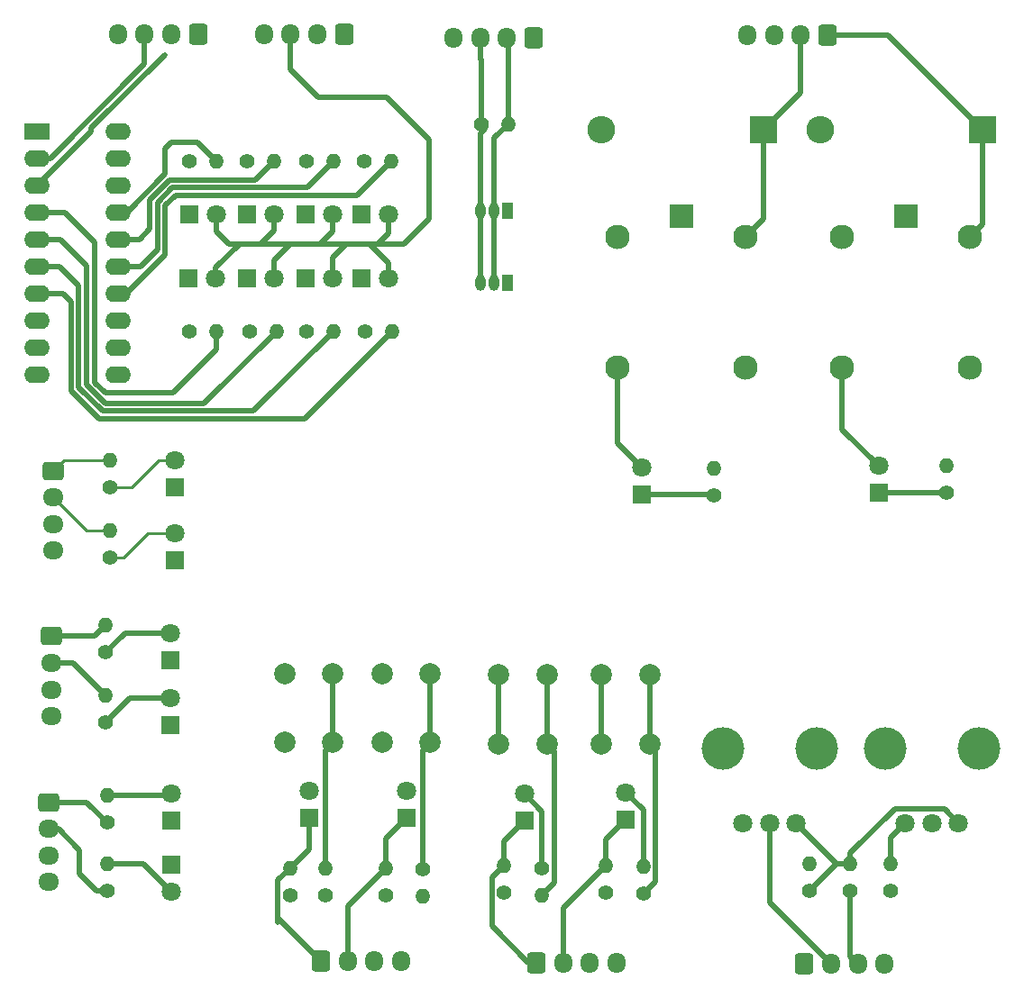
<source format=gbr>
%TF.GenerationSoftware,KiCad,Pcbnew,6.0.7-f9a2dced07~116~ubuntu20.04.1*%
%TF.CreationDate,2022-07-30T14:53:06+01:00*%
%TF.ProjectId,testing_board,74657374-696e-4675-9f62-6f6172642e6b,rev?*%
%TF.SameCoordinates,Original*%
%TF.FileFunction,Copper,L1,Top*%
%TF.FilePolarity,Positive*%
%FSLAX46Y46*%
G04 Gerber Fmt 4.6, Leading zero omitted, Abs format (unit mm)*
G04 Created by KiCad (PCBNEW 6.0.7-f9a2dced07~116~ubuntu20.04.1) date 2022-07-30 14:53:06*
%MOMM*%
%LPD*%
G01*
G04 APERTURE LIST*
G04 Aperture macros list*
%AMRoundRect*
0 Rectangle with rounded corners*
0 $1 Rounding radius*
0 $2 $3 $4 $5 $6 $7 $8 $9 X,Y pos of 4 corners*
0 Add a 4 corners polygon primitive as box body*
4,1,4,$2,$3,$4,$5,$6,$7,$8,$9,$2,$3,0*
0 Add four circle primitives for the rounded corners*
1,1,$1+$1,$2,$3*
1,1,$1+$1,$4,$5*
1,1,$1+$1,$6,$7*
1,1,$1+$1,$8,$9*
0 Add four rect primitives between the rounded corners*
20,1,$1+$1,$2,$3,$4,$5,0*
20,1,$1+$1,$4,$5,$6,$7,0*
20,1,$1+$1,$6,$7,$8,$9,0*
20,1,$1+$1,$8,$9,$2,$3,0*%
G04 Aperture macros list end*
%TA.AperFunction,ComponentPad*%
%ADD10C,1.800000*%
%TD*%
%TA.AperFunction,ComponentPad*%
%ADD11R,1.800000X1.800000*%
%TD*%
%TA.AperFunction,ComponentPad*%
%ADD12O,1.700000X1.950000*%
%TD*%
%TA.AperFunction,ComponentPad*%
%ADD13RoundRect,0.250000X-0.600000X-0.725000X0.600000X-0.725000X0.600000X0.725000X-0.600000X0.725000X0*%
%TD*%
%TA.AperFunction,ComponentPad*%
%ADD14O,1.950000X1.700000*%
%TD*%
%TA.AperFunction,ComponentPad*%
%ADD15RoundRect,0.250000X-0.725000X0.600000X-0.725000X-0.600000X0.725000X-0.600000X0.725000X0.600000X0*%
%TD*%
%TA.AperFunction,ComponentPad*%
%ADD16O,1.400000X1.400000*%
%TD*%
%TA.AperFunction,ComponentPad*%
%ADD17C,1.400000*%
%TD*%
%TA.AperFunction,WasherPad*%
%ADD18C,4.000000*%
%TD*%
%TA.AperFunction,ComponentPad*%
%ADD19C,2.000000*%
%TD*%
%TA.AperFunction,ComponentPad*%
%ADD20O,1.000000X1.500000*%
%TD*%
%TA.AperFunction,ComponentPad*%
%ADD21R,1.000000X1.500000*%
%TD*%
%TA.AperFunction,ComponentPad*%
%ADD22RoundRect,0.250000X0.600000X0.725000X-0.600000X0.725000X-0.600000X-0.725000X0.600000X-0.725000X0*%
%TD*%
%TA.AperFunction,ComponentPad*%
%ADD23C,2.300000*%
%TD*%
%TA.AperFunction,ComponentPad*%
%ADD24R,2.300000X2.300000*%
%TD*%
%TA.AperFunction,ComponentPad*%
%ADD25O,2.400000X1.600000*%
%TD*%
%TA.AperFunction,ComponentPad*%
%ADD26R,2.400000X1.600000*%
%TD*%
%TA.AperFunction,ComponentPad*%
%ADD27O,2.600000X2.600000*%
%TD*%
%TA.AperFunction,ComponentPad*%
%ADD28R,2.600000X2.600000*%
%TD*%
%TA.AperFunction,Conductor*%
%ADD29C,0.500000*%
%TD*%
%TA.AperFunction,Conductor*%
%ADD30C,0.250000*%
%TD*%
G04 APERTURE END LIST*
D10*
%TO.P,D1,2,A*%
%TO.N,Net-(D1-Pad2)*%
X97099000Y-97536000D03*
D11*
%TO.P,D1,1,K*%
%TO.N,Net-(D1-Pad1)*%
X97099000Y-100076000D03*
%TD*%
D10*
%TO.P,D3,2,A*%
%TO.N,Net-(D3-Pad2)*%
X76478000Y-97428000D03*
D11*
%TO.P,D3,1,K*%
%TO.N,Net-(D3-Pad1)*%
X76478000Y-99968000D03*
%TD*%
D10*
%TO.P,D4,2,A*%
%TO.N,Net-(D4-Pad2)*%
X54346000Y-82563000D03*
D11*
%TO.P,D4,1,K*%
%TO.N,GND*%
X54346000Y-85103000D03*
%TD*%
D10*
%TO.P,D5,2,A*%
%TO.N,Net-(D5-Pad2)*%
X54346000Y-88714000D03*
D11*
%TO.P,D5,1,K*%
%TO.N,GND*%
X54346000Y-91254000D03*
%TD*%
D10*
%TO.P,D6,2,A*%
%TO.N,Net-(D6-Pad2)*%
X54737000Y-66294000D03*
D11*
%TO.P,D6,1,K*%
%TO.N,GND*%
X54737000Y-68834000D03*
%TD*%
D10*
%TO.P,D7,2,A*%
%TO.N,Net-(D7-Pad2)*%
X54737000Y-73152000D03*
D11*
%TO.P,D7,1,K*%
%TO.N,GND*%
X54737000Y-75692000D03*
%TD*%
D10*
%TO.P,D8,2,A*%
%TO.N,Net-(D8-Pad2)*%
X67334000Y-97428000D03*
D11*
%TO.P,D8,1,K*%
%TO.N,Net-(D8-Pad1)*%
X67334000Y-99968000D03*
%TD*%
D10*
%TO.P,D9,2,A*%
%TO.N,+5V*%
X74840000Y-43200000D03*
D11*
%TO.P,D9,1,K*%
%TO.N,Net-(D9-Pad1)*%
X72300000Y-43200000D03*
%TD*%
D10*
%TO.P,D10,2,A*%
%TO.N,+5V*%
X69565000Y-43200000D03*
D11*
%TO.P,D10,1,K*%
%TO.N,Net-(R14-Pad1)*%
X67025000Y-43200000D03*
%TD*%
D10*
%TO.P,D11,2,A*%
%TO.N,+5V*%
X64065000Y-43200000D03*
D11*
%TO.P,D11,1,K*%
%TO.N,Net-(D11-Pad1)*%
X61525000Y-43200000D03*
%TD*%
D10*
%TO.P,D12,2,A*%
%TO.N,+5V*%
X58590000Y-43200000D03*
D11*
%TO.P,D12,1,K*%
%TO.N,Net-(R16-Pad1)*%
X56050000Y-43200000D03*
%TD*%
D10*
%TO.P,D13,2,A*%
%TO.N,Net-(D13-Pad2)*%
X54400000Y-97660000D03*
D11*
%TO.P,D13,1,K*%
%TO.N,GND*%
X54400000Y-100200000D03*
%TD*%
D10*
%TO.P,D14,2,A*%
%TO.N,Net-(D14-Pad2)*%
X54400000Y-106865000D03*
D11*
%TO.P,D14,1,K*%
%TO.N,GND*%
X54400000Y-104325000D03*
%TD*%
%TO.P,D15,1,K*%
%TO.N,Net-(D15-Pad1)*%
X72275000Y-49200000D03*
D10*
%TO.P,D15,2,A*%
%TO.N,+5V*%
X74815000Y-49200000D03*
%TD*%
D11*
%TO.P,D16,1,K*%
%TO.N,Net-(D16-Pad1)*%
X67025000Y-49200000D03*
D10*
%TO.P,D16,2,A*%
%TO.N,+5V*%
X69565000Y-49200000D03*
%TD*%
D11*
%TO.P,D17,1,K*%
%TO.N,Net-(D17-Pad1)*%
X61525000Y-49200000D03*
D10*
%TO.P,D17,2,A*%
%TO.N,+5V*%
X64065000Y-49200000D03*
%TD*%
%TO.P,D18,2,A*%
%TO.N,+5V*%
X58565000Y-49200000D03*
D11*
%TO.P,D18,1,K*%
%TO.N,Net-(R25-Pad1)*%
X56025000Y-49200000D03*
%TD*%
D12*
%TO.P,J1,4,Pin_4*%
%TO.N,GND*%
X96217000Y-113538000D03*
%TO.P,J1,3,Pin_3*%
%TO.N,+5V*%
X93717000Y-113538000D03*
%TO.P,J1,2,Pin_2*%
%TO.N,Net-(D1-Pad1)*%
X91217000Y-113538000D03*
D13*
%TO.P,J1,1,Pin_1*%
%TO.N,Net-(D2-Pad1)*%
X88717000Y-113538000D03*
%TD*%
D12*
%TO.P,J2,4,Pin_4*%
%TO.N,GND*%
X75977000Y-113411000D03*
%TO.P,J2,3,Pin_3*%
%TO.N,+5V*%
X73477000Y-113411000D03*
%TO.P,J2,2,Pin_2*%
%TO.N,Net-(D3-Pad1)*%
X70977000Y-113411000D03*
D13*
%TO.P,J2,1,Pin_1*%
%TO.N,Net-(D8-Pad1)*%
X68477000Y-113411000D03*
%TD*%
D14*
%TO.P,J3,4,Pin_4*%
%TO.N,GND*%
X43170000Y-90372000D03*
%TO.P,J3,3,Pin_3*%
%TO.N,+5V*%
X43170000Y-87872000D03*
%TO.P,J3,2,Pin_2*%
%TO.N,Net-(J3-Pad2)*%
X43170000Y-85372000D03*
D15*
%TO.P,J3,1,Pin_1*%
%TO.N,Net-(J3-Pad1)*%
X43170000Y-82872000D03*
%TD*%
D14*
%TO.P,J4,4,Pin_4*%
%TO.N,GND*%
X43307000Y-74810000D03*
%TO.P,J4,3,Pin_3*%
%TO.N,+5V*%
X43307000Y-72310000D03*
%TO.P,J4,2,Pin_2*%
%TO.N,Net-(J4-Pad2)*%
X43307000Y-69810000D03*
D15*
%TO.P,J4,1,Pin_1*%
%TO.N,Net-(J4-Pad1)*%
X43307000Y-67310000D03*
%TD*%
D12*
%TO.P,J5,4,Pin_4*%
%TO.N,GND*%
X121369999Y-113657999D03*
%TO.P,J5,3,Pin_3*%
%TO.N,+5V*%
X118869999Y-113657999D03*
%TO.P,J5,2,Pin_2*%
%TO.N,Net-(J5-Pad2)*%
X116369999Y-113657999D03*
D13*
%TO.P,J5,1,Pin_1*%
%TO.N,Net-(J5-Pad1)*%
X113869999Y-113657999D03*
%TD*%
D16*
%TO.P,R1,2*%
%TO.N,Net-(D1-Pad2)*%
X98750000Y-104521000D03*
D17*
%TO.P,R1,1*%
%TO.N,Net-(R1-Pad1)*%
X98750000Y-107061000D03*
%TD*%
D16*
%TO.P,R2,2*%
%TO.N,Net-(R2-Pad2)*%
X89225000Y-107188000D03*
D17*
%TO.P,R2,1*%
%TO.N,Net-(D2-Pad2)*%
X89225000Y-104648000D03*
%TD*%
D16*
%TO.P,R3,2*%
%TO.N,Net-(D3-Pad2)*%
X78002000Y-107334000D03*
D17*
%TO.P,R3,1*%
%TO.N,Net-(R3-Pad1)*%
X78002000Y-104794000D03*
%TD*%
D16*
%TO.P,R4,2*%
%TO.N,Net-(J3-Pad1)*%
X48250000Y-81856000D03*
D17*
%TO.P,R4,1*%
%TO.N,Net-(D4-Pad2)*%
X48250000Y-84396000D03*
%TD*%
D16*
%TO.P,R5,2*%
%TO.N,Net-(J3-Pad2)*%
X48250000Y-88460000D03*
D17*
%TO.P,R5,1*%
%TO.N,Net-(D5-Pad2)*%
X48250000Y-91000000D03*
%TD*%
D16*
%TO.P,R6,2*%
%TO.N,Net-(J4-Pad1)*%
X48641000Y-66294000D03*
D17*
%TO.P,R6,1*%
%TO.N,Net-(D6-Pad2)*%
X48641000Y-68834000D03*
%TD*%
D16*
%TO.P,R7,2*%
%TO.N,Net-(J4-Pad2)*%
X48641000Y-72898000D03*
D17*
%TO.P,R7,1*%
%TO.N,Net-(D7-Pad2)*%
X48641000Y-75438000D03*
%TD*%
D16*
%TO.P,R8,2*%
%TO.N,Net-(D1-Pad1)*%
X95194000Y-104394000D03*
D17*
%TO.P,R8,1*%
%TO.N,GND*%
X95194000Y-106934000D03*
%TD*%
D16*
%TO.P,R9,2*%
%TO.N,Net-(D3-Pad1)*%
X74573000Y-104667000D03*
D17*
%TO.P,R9,1*%
%TO.N,GND*%
X74573000Y-107207000D03*
%TD*%
D16*
%TO.P,R10,2*%
%TO.N,Net-(D8-Pad1)*%
X65556000Y-104667000D03*
D17*
%TO.P,R10,1*%
%TO.N,GND*%
X65556000Y-107207000D03*
%TD*%
D16*
%TO.P,R11,2*%
%TO.N,Net-(R11-Pad2)*%
X68858000Y-104667000D03*
D17*
%TO.P,R11,1*%
%TO.N,Net-(D8-Pad2)*%
X68858000Y-107207000D03*
%TD*%
D16*
%TO.P,R12,2*%
%TO.N,Net-(D2-Pad1)*%
X85669000Y-104394000D03*
D17*
%TO.P,R12,1*%
%TO.N,GND*%
X85669000Y-106934000D03*
%TD*%
D16*
%TO.P,R13,2*%
%TO.N,Net-(U3-Pad14)*%
X75070000Y-38200000D03*
D17*
%TO.P,R13,1*%
%TO.N,Net-(D9-Pad1)*%
X72530000Y-38200000D03*
%TD*%
D16*
%TO.P,R14,2*%
%TO.N,Net-(U3-Pad15)*%
X69670000Y-38200000D03*
D17*
%TO.P,R14,1*%
%TO.N,Net-(R14-Pad1)*%
X67130000Y-38200000D03*
%TD*%
D16*
%TO.P,R15,2*%
%TO.N,Net-(U3-Pad16)*%
X64070000Y-38200000D03*
D17*
%TO.P,R15,1*%
%TO.N,Net-(D11-Pad1)*%
X61530000Y-38200000D03*
%TD*%
D16*
%TO.P,R16,2*%
%TO.N,Net-(U3-Pad17)*%
X58670000Y-38200000D03*
D17*
%TO.P,R16,1*%
%TO.N,Net-(R16-Pad1)*%
X56130000Y-38200000D03*
%TD*%
D16*
%TO.P,R17,2*%
%TO.N,Net-(R17-Pad2)*%
X118187999Y-104259999D03*
D17*
%TO.P,R17,1*%
%TO.N,+5V*%
X118187999Y-106799999D03*
%TD*%
D16*
%TO.P,R18,2*%
%TO.N,Net-(J16-Pad2)*%
X86050000Y-34725000D03*
D17*
%TO.P,R18,1*%
%TO.N,+5V*%
X83510000Y-34725000D03*
%TD*%
D16*
%TO.P,R19,2*%
%TO.N,GND*%
X114377999Y-104259999D03*
D17*
%TO.P,R19,1*%
%TO.N,Net-(R17-Pad2)*%
X114377999Y-106799999D03*
%TD*%
D16*
%TO.P,R20,2*%
%TO.N,GND*%
X105356000Y-67114000D03*
D17*
%TO.P,R20,1*%
%TO.N,Net-(D22-Pad1)*%
X105356000Y-69654000D03*
%TD*%
D16*
%TO.P,R21,2*%
%TO.N,Net-(D14-Pad2)*%
X48400000Y-104260000D03*
D17*
%TO.P,R21,1*%
%TO.N,Net-(J6-Pad2)*%
X48400000Y-106800000D03*
%TD*%
%TO.P,R22,1*%
%TO.N,Net-(D15-Pad1)*%
X72580000Y-54200000D03*
D16*
%TO.P,R22,2*%
%TO.N,Net-(U3-Pad7)*%
X75120000Y-54200000D03*
%TD*%
D17*
%TO.P,R23,1*%
%TO.N,Net-(D16-Pad1)*%
X67080000Y-54200000D03*
D16*
%TO.P,R23,2*%
%TO.N,Net-(U3-Pad6)*%
X69620000Y-54200000D03*
%TD*%
D17*
%TO.P,R24,1*%
%TO.N,Net-(D17-Pad1)*%
X61730000Y-54200000D03*
D16*
%TO.P,R24,2*%
%TO.N,Net-(R24-Pad2)*%
X64270000Y-54200000D03*
%TD*%
%TO.P,R25,2*%
%TO.N,Net-(U3-Pad4)*%
X58670000Y-54200000D03*
D17*
%TO.P,R25,1*%
%TO.N,Net-(R25-Pad1)*%
X56130000Y-54200000D03*
%TD*%
D10*
%TO.P,RV1,3,3*%
%TO.N,Net-(R26-Pad2)*%
X123347999Y-100449999D03*
%TO.P,RV1,2,2*%
%TO.N,Net-(J5-Pad1)*%
X125847999Y-100449999D03*
%TO.P,RV1,1,1*%
%TO.N,Net-(R17-Pad2)*%
X128347999Y-100449999D03*
D18*
%TO.P,RV1,*%
%TO.N,*%
X130247999Y-93449999D03*
X121447999Y-93449999D03*
%TD*%
D10*
%TO.P,RV2,3,3*%
%TO.N,Net-(R26-Pad2)*%
X108107999Y-100449999D03*
%TO.P,RV2,2,2*%
%TO.N,Net-(J5-Pad2)*%
X110607999Y-100449999D03*
%TO.P,RV2,1,1*%
%TO.N,Net-(R17-Pad2)*%
X113107999Y-100449999D03*
D18*
%TO.P,RV2,*%
%TO.N,*%
X115007999Y-93449999D03*
X106207999Y-93449999D03*
%TD*%
D19*
%TO.P,SW1,2,2*%
%TO.N,Net-(R1-Pad1)*%
X99313000Y-92964000D03*
X99313000Y-86464000D03*
%TO.P,SW1,1,1*%
%TO.N,+5V*%
X94813000Y-86464000D03*
X94813000Y-92964000D03*
%TD*%
%TO.P,SW2,2,2*%
%TO.N,Net-(R2-Pad2)*%
X89661000Y-86464000D03*
X89661000Y-92964000D03*
%TO.P,SW2,1,1*%
%TO.N,+5V*%
X85161000Y-92964000D03*
X85161000Y-86464000D03*
%TD*%
%TO.P,SW3,2,2*%
%TO.N,Net-(R3-Pad1)*%
X78692000Y-86356000D03*
X78692000Y-92856000D03*
%TO.P,SW3,1,1*%
%TO.N,+5V*%
X74192000Y-92856000D03*
X74192000Y-86356000D03*
%TD*%
%TO.P,SW4,2,2*%
%TO.N,Net-(R11-Pad2)*%
X69548000Y-86356000D03*
X69548000Y-92856000D03*
%TO.P,SW4,1,1*%
%TO.N,+5V*%
X65048000Y-86356000D03*
X65048000Y-92856000D03*
%TD*%
D20*
%TO.P,U1,3,VDD*%
%TO.N,+5V*%
X83460000Y-42850000D03*
%TO.P,U1,2,DQ*%
%TO.N,Net-(J16-Pad2)*%
X84730000Y-42850000D03*
D21*
%TO.P,U1,1,GND*%
%TO.N,GND*%
X86000000Y-42850000D03*
%TD*%
D20*
%TO.P,U2,3,VDD*%
%TO.N,+5V*%
X83460000Y-49600000D03*
%TO.P,U2,2,DQ*%
%TO.N,Net-(J16-Pad2)*%
X84730000Y-49600000D03*
D21*
%TO.P,U2,1,GND*%
%TO.N,GND*%
X86000000Y-49600000D03*
%TD*%
D12*
%TO.P,J16,4,Pin_4*%
%TO.N,GND*%
X80900000Y-26600000D03*
%TO.P,J16,3,Pin_3*%
%TO.N,+5V*%
X83400000Y-26600000D03*
%TO.P,J16,2,Pin_2*%
%TO.N,Net-(J16-Pad2)*%
X85900000Y-26600000D03*
D22*
%TO.P,J16,1,Pin_1*%
%TO.N,unconnected-(J16-Pad1)*%
X88400000Y-26600000D03*
%TD*%
D16*
%TO.P,R26,2*%
%TO.N,Net-(R26-Pad2)*%
X121997999Y-104259999D03*
D17*
%TO.P,R26,1*%
%TO.N,GND*%
X121997999Y-106799999D03*
%TD*%
D10*
%TO.P,D2,2,A*%
%TO.N,Net-(D2-Pad2)*%
X87574000Y-97663000D03*
D11*
%TO.P,D2,1,K*%
%TO.N,Net-(D2-Pad1)*%
X87574000Y-100203000D03*
%TD*%
D10*
%TO.P,D21,2,A*%
%TO.N,Net-(D21-Pad2)*%
X120850000Y-66860000D03*
D11*
%TO.P,D21,1,K*%
%TO.N,Net-(D21-Pad1)*%
X120850000Y-69400000D03*
%TD*%
D10*
%TO.P,D22,2,A*%
%TO.N,Net-(D22-Pad2)*%
X98625000Y-66987000D03*
D11*
%TO.P,D22,1,K*%
%TO.N,Net-(D22-Pad1)*%
X98625000Y-69527000D03*
%TD*%
D12*
%TO.P,J7,4,Pin_4*%
%TO.N,GND*%
X49396000Y-26289000D03*
%TO.P,J7,3,Pin_3*%
%TO.N,+5V*%
X51896000Y-26289000D03*
%TO.P,J7,2,Pin_2*%
%TO.N,Net-(J7-Pad2)*%
X54396000Y-26289000D03*
D22*
%TO.P,J7,1,Pin_1*%
%TO.N,Net-(J7-Pad1)*%
X56896000Y-26289000D03*
%TD*%
D12*
%TO.P,J8,4,Pin_4*%
%TO.N,GND*%
X63112000Y-26289000D03*
%TO.P,J8,3,Pin_3*%
%TO.N,+5V*%
X65612000Y-26289000D03*
%TO.P,J8,2,Pin_2*%
%TO.N,Net-(J8-Pad2)*%
X68112000Y-26289000D03*
D22*
%TO.P,J8,1,Pin_1*%
%TO.N,Net-(J8-Pad1)*%
X70612000Y-26289000D03*
%TD*%
D12*
%TO.P,J9,4,Pin_4*%
%TO.N,GND*%
X108524000Y-26347000D03*
%TO.P,J9,3,Pin_3*%
%TO.N,+5V*%
X111024000Y-26347000D03*
%TO.P,J9,2,Pin_2*%
%TO.N,Net-(D20-Pad1)*%
X113524000Y-26347000D03*
D22*
%TO.P,J9,1,Pin_1*%
%TO.N,Net-(D19-Pad1)*%
X116024000Y-26347000D03*
%TD*%
D16*
%TO.P,R27,2*%
%TO.N,Net-(D13-Pad2)*%
X48376000Y-97848000D03*
D17*
%TO.P,R27,1*%
%TO.N,Net-(J6-Pad1)*%
X48376000Y-100388000D03*
%TD*%
D16*
%TO.P,R28,2*%
%TO.N,GND*%
X127200000Y-66860000D03*
D17*
%TO.P,R28,1*%
%TO.N,Net-(D21-Pad1)*%
X127200000Y-69400000D03*
%TD*%
D23*
%TO.P,RLY1,5,COIL*%
%TO.N,Net-(D19-Pad1)*%
X129390000Y-45365000D03*
%TO.P,RLY1,4,NC*%
%TO.N,unconnected-(RLY1-Pad4)*%
X129390000Y-57565000D03*
%TO.P,RLY1,3,NO*%
%TO.N,Net-(D21-Pad2)*%
X117390000Y-57565000D03*
%TO.P,RLY1,2,COIL*%
%TO.N,GND*%
X117390000Y-45365000D03*
D24*
%TO.P,RLY1,1,COM*%
%TO.N,+5V*%
X123390000Y-43365000D03*
%TD*%
D23*
%TO.P,RLY2,5,COIL*%
%TO.N,Net-(D20-Pad1)*%
X108308000Y-45365000D03*
%TO.P,RLY2,4,NC*%
%TO.N,unconnected-(RLY2-Pad4)*%
X108308000Y-57565000D03*
%TO.P,RLY2,3,NO*%
%TO.N,Net-(D22-Pad2)*%
X96308000Y-57565000D03*
%TO.P,RLY2,2,COIL*%
%TO.N,GND*%
X96308000Y-45365000D03*
D24*
%TO.P,RLY2,1,COM*%
%TO.N,+5V*%
X102308000Y-43365000D03*
%TD*%
D25*
%TO.P,U3,20,PGND*%
%TO.N,GND*%
X49420000Y-35400000D03*
%TO.P,U3,19,LGND*%
X49420000Y-37940000D03*
%TO.P,U3,18,SER_OUT*%
%TO.N,unconnected-(U3-Pad18)*%
X49420000Y-40480000D03*
%TO.P,U3,17,DRAIN7*%
%TO.N,Net-(U3-Pad17)*%
X49420000Y-43020000D03*
%TO.P,U3,16,DRAIN6*%
%TO.N,Net-(U3-Pad16)*%
X49420000Y-45560000D03*
%TO.P,U3,15,DRAIN5*%
%TO.N,Net-(U3-Pad15)*%
X49420000Y-48100000D03*
%TO.P,U3,14,DRAIN4*%
%TO.N,Net-(U3-Pad14)*%
X49420000Y-50640000D03*
%TO.P,U3,13,SRCK*%
%TO.N,Net-(J8-Pad1)*%
X49420000Y-53180000D03*
%TO.P,U3,12,RCLK*%
%TO.N,Net-(J8-Pad2)*%
X49420000Y-55720000D03*
%TO.P,U3,11,PGND*%
%TO.N,GND*%
X49420000Y-58260000D03*
%TO.P,U3,10,PGND*%
X41800000Y-58260000D03*
%TO.P,U3,9,~{G}*%
X41800000Y-55720000D03*
%TO.P,U3,8,~{SRCLR}*%
%TO.N,Net-(J7-Pad1)*%
X41800000Y-53180000D03*
%TO.P,U3,7,DRAIN3*%
%TO.N,Net-(U3-Pad7)*%
X41800000Y-50640000D03*
%TO.P,U3,6,DRAIN2*%
%TO.N,Net-(U3-Pad6)*%
X41800000Y-48100000D03*
%TO.P,U3,5,DRAIN1*%
%TO.N,Net-(R24-Pad2)*%
X41800000Y-45560000D03*
%TO.P,U3,4,DRAIN0*%
%TO.N,Net-(U3-Pad4)*%
X41800000Y-43020000D03*
%TO.P,U3,3,SER_IN*%
%TO.N,Net-(J7-Pad2)*%
X41800000Y-40480000D03*
%TO.P,U3,2,VCC*%
%TO.N,+5V*%
X41800000Y-37940000D03*
D26*
%TO.P,U3,1,PGND*%
%TO.N,GND*%
X41800000Y-35400000D03*
%TD*%
D14*
%TO.P,J6,4,Pin_4*%
%TO.N,GND*%
X42915000Y-105983000D03*
%TO.P,J6,3,Pin_3*%
%TO.N,+5V*%
X42915000Y-103483000D03*
%TO.P,J6,2,Pin_2*%
%TO.N,Net-(J6-Pad2)*%
X42915000Y-100983000D03*
D15*
%TO.P,J6,1,Pin_1*%
%TO.N,Net-(J6-Pad1)*%
X42915000Y-98483000D03*
%TD*%
D27*
%TO.P,D19,2,A*%
%TO.N,GND*%
X115389000Y-35237000D03*
D28*
%TO.P,D19,1,K*%
%TO.N,Net-(D19-Pad1)*%
X130629000Y-35237000D03*
%TD*%
D27*
%TO.P,D20,2,A*%
%TO.N,GND*%
X94815000Y-35237000D03*
D28*
%TO.P,D20,1,K*%
%TO.N,Net-(D20-Pad1)*%
X110055000Y-35237000D03*
%TD*%
D29*
%TO.N,Net-(J6-Pad2)*%
X42915000Y-100983000D02*
X43783000Y-100983000D01*
X43783000Y-100983000D02*
X45800000Y-103000000D01*
X45800000Y-103000000D02*
X45800000Y-105200000D01*
X45800000Y-105200000D02*
X47400000Y-106800000D01*
X47400000Y-106800000D02*
X48400000Y-106800000D01*
%TO.N,Net-(D14-Pad2)*%
X48400000Y-104260000D02*
X51795000Y-104260000D01*
X51795000Y-104260000D02*
X54400000Y-106865000D01*
%TO.N,Net-(D13-Pad2)*%
X48376000Y-97848000D02*
X54212000Y-97848000D01*
X54212000Y-97848000D02*
X54400000Y-97660000D01*
%TO.N,Net-(J6-Pad1)*%
X42915000Y-98483000D02*
X46471000Y-98483000D01*
X46471000Y-98483000D02*
X48376000Y-100388000D01*
%TO.N,+5V*%
X83400000Y-28600000D02*
X83510000Y-28710000D01*
X83510000Y-28710000D02*
X83510000Y-34725000D01*
%TO.N,Net-(J16-Pad2)*%
X86050000Y-34725000D02*
X86050000Y-26750000D01*
X86050000Y-26750000D02*
X85900000Y-26600000D01*
%TO.N,+5V*%
X83400000Y-26600000D02*
X83400000Y-28600000D01*
%TO.N,Net-(U3-Pad7)*%
X45000000Y-59769849D02*
X47630152Y-62400000D01*
X44240000Y-50640000D02*
X45000000Y-51400000D01*
X41800000Y-50640000D02*
X44240000Y-50640000D01*
X45000000Y-51400000D02*
X45000000Y-59769849D01*
X47630152Y-62400000D02*
X66920000Y-62400000D01*
X66920000Y-62400000D02*
X75120000Y-54200000D01*
%TO.N,Net-(U3-Pad6)*%
X41800000Y-48100000D02*
X43900000Y-48100000D01*
X43900000Y-48100000D02*
X45700000Y-49900000D01*
X45700000Y-49900000D02*
X45700000Y-59479899D01*
X45700000Y-59479899D02*
X47920101Y-61700000D01*
X47920101Y-61700000D02*
X62120000Y-61700000D01*
X62120000Y-61700000D02*
X69620000Y-54200000D01*
%TO.N,Net-(R24-Pad2)*%
X46400000Y-59189950D02*
X48210050Y-61000000D01*
X43960000Y-45560000D02*
X46400000Y-48000000D01*
X48210050Y-61000000D02*
X57470000Y-61000000D01*
X41800000Y-45560000D02*
X43960000Y-45560000D01*
X46400000Y-48000000D02*
X46400000Y-59189950D01*
X57470000Y-61000000D02*
X64270000Y-54200000D01*
%TO.N,Net-(U3-Pad4)*%
X41800000Y-43020000D02*
X44420000Y-43020000D01*
X44420000Y-43020000D02*
X47200000Y-45800000D01*
X48200000Y-60000000D02*
X54600000Y-60000000D01*
X47200000Y-45800000D02*
X47200000Y-59000000D01*
X47200000Y-59000000D02*
X48200000Y-60000000D01*
X54600000Y-60000000D02*
X58670000Y-55930000D01*
X58670000Y-55930000D02*
X58670000Y-54200000D01*
%TO.N,Net-(J7-Pad2)*%
X41800000Y-40480000D02*
X46880000Y-35400000D01*
X46880000Y-35400000D02*
X46880000Y-35120000D01*
X46880000Y-35120000D02*
X53800000Y-28200000D01*
%TO.N,+5V*%
X41800000Y-37940000D02*
X43060000Y-37940000D01*
X43060000Y-37940000D02*
X51896000Y-29104000D01*
X51896000Y-29104000D02*
X51896000Y-26289000D01*
X74600000Y-32200000D02*
X68200000Y-32200000D01*
X78600000Y-43600000D02*
X78600000Y-36200000D01*
X73800000Y-46000000D02*
X76200000Y-46000000D01*
X76200000Y-46000000D02*
X78600000Y-43600000D01*
X78600000Y-36200000D02*
X74600000Y-32200000D01*
X68200000Y-32200000D02*
X65612000Y-29612000D01*
X65612000Y-29612000D02*
X65612000Y-26289000D01*
X73800000Y-46000000D02*
X72200000Y-46000000D01*
X72200000Y-46000000D02*
X70800000Y-46000000D01*
X72200000Y-46000000D02*
X73000000Y-46000000D01*
X73000000Y-46000000D02*
X74815000Y-47815000D01*
X74815000Y-47815000D02*
X74815000Y-49200000D01*
X70800000Y-46000000D02*
X68400000Y-46000000D01*
X69565000Y-49200000D02*
X69565000Y-47235000D01*
X69565000Y-47235000D02*
X70800000Y-46000000D01*
X66000000Y-46000000D02*
X65600000Y-46000000D01*
X68400000Y-46000000D02*
X66000000Y-46000000D01*
X66000000Y-46000000D02*
X62800000Y-46000000D01*
X64065000Y-47535000D02*
X64065000Y-49200000D01*
X65600000Y-46000000D02*
X64065000Y-47535000D01*
X74840000Y-43200000D02*
X74840000Y-44960000D01*
X74840000Y-44960000D02*
X73800000Y-46000000D01*
X69565000Y-43200000D02*
X69565000Y-44835000D01*
X69565000Y-44835000D02*
X68400000Y-46000000D01*
X60800000Y-46000000D02*
X62800000Y-46000000D01*
X59800000Y-46000000D02*
X60800000Y-46000000D01*
X60800000Y-46000000D02*
X58565000Y-48235000D01*
X58565000Y-48235000D02*
X58565000Y-49200000D01*
X58590000Y-43200000D02*
X58590000Y-44790000D01*
X58590000Y-44790000D02*
X59800000Y-46000000D01*
X62800000Y-46000000D02*
X64065000Y-44735000D01*
X64065000Y-44735000D02*
X64065000Y-43200000D01*
%TO.N,Net-(U3-Pad17)*%
X49420000Y-43020000D02*
X50210151Y-43020000D01*
X50210151Y-43020000D02*
X53800000Y-39430151D01*
X53800000Y-39430151D02*
X53800000Y-37000000D01*
X53800000Y-37000000D02*
X54400000Y-36400000D01*
X54400000Y-36400000D02*
X56870000Y-36400000D01*
X56870000Y-36400000D02*
X58670000Y-38200000D01*
%TO.N,Net-(U3-Pad16)*%
X49420000Y-45560000D02*
X51440000Y-45560000D01*
X51440000Y-45560000D02*
X52400000Y-44600000D01*
X52400000Y-44600000D02*
X52400000Y-41820101D01*
X52400000Y-41820101D02*
X54220101Y-40000000D01*
X54220101Y-40000000D02*
X62270000Y-40000000D01*
X62270000Y-40000000D02*
X64070000Y-38200000D01*
%TO.N,Net-(U3-Pad15)*%
X49420000Y-48100000D02*
X51500000Y-48100000D01*
X51500000Y-48100000D02*
X53100000Y-46500000D01*
X53100000Y-46500000D02*
X53100000Y-42110050D01*
X53100000Y-42110050D02*
X54510050Y-40700000D01*
X54510050Y-40700000D02*
X67170000Y-40700000D01*
X67170000Y-40700000D02*
X69670000Y-38200000D01*
%TO.N,Net-(U3-Pad14)*%
X49420000Y-50640000D02*
X50160000Y-50640000D01*
X50160000Y-50640000D02*
X53800000Y-47000000D01*
X53800000Y-47000000D02*
X53800000Y-42400000D01*
X53800000Y-42400000D02*
X54800000Y-41400000D01*
X54800000Y-41400000D02*
X71870000Y-41400000D01*
X71870000Y-41400000D02*
X75070000Y-38200000D01*
%TO.N,Net-(J16-Pad2)*%
X84730000Y-49600000D02*
X84730000Y-42850000D01*
X84730000Y-42850000D02*
X84730000Y-36045000D01*
X84730000Y-36045000D02*
X86050000Y-34725000D01*
%TO.N,+5V*%
X83460000Y-42850000D02*
X83460000Y-35547162D01*
X83460000Y-35547162D02*
X83849268Y-35157894D01*
X83460000Y-49600000D02*
X83460000Y-43276516D01*
X83460000Y-43276516D02*
X83458407Y-43274923D01*
%TO.N,Net-(D1-Pad1)*%
X95194000Y-104394000D02*
X91217000Y-108371000D01*
X95194000Y-101981000D02*
X97099000Y-100076000D01*
X95194000Y-104394000D02*
X95194000Y-101981000D01*
X91217000Y-108371000D02*
X91217000Y-113538000D01*
%TO.N,Net-(D2-Pad1)*%
X87955000Y-113538000D02*
X84518999Y-110101999D01*
X88717000Y-113538000D02*
X87955000Y-113538000D01*
X84518999Y-110101999D02*
X84518999Y-105544001D01*
X84518999Y-105544001D02*
X85669000Y-104394000D01*
X85669000Y-102108000D02*
X87574000Y-100203000D01*
X85669000Y-104394000D02*
X85669000Y-102108000D01*
%TO.N,Net-(D2-Pad2)*%
X89225000Y-99314000D02*
X87574000Y-97663000D01*
X89225000Y-104648000D02*
X89225000Y-99314000D01*
%TO.N,Net-(D3-Pad1)*%
X74573000Y-104667000D02*
X74573000Y-101873000D01*
X74573000Y-104667000D02*
X70977000Y-108263000D01*
X74573000Y-101873000D02*
X76478000Y-99968000D01*
X70977000Y-108263000D02*
X70977000Y-113811000D01*
%TO.N,Net-(D4-Pad2)*%
X54346000Y-82563000D02*
X54341000Y-82558000D01*
X54341000Y-82558000D02*
X50088000Y-82558000D01*
X50088000Y-82558000D02*
X48250000Y-84396000D01*
%TO.N,Net-(D5-Pad2)*%
X54346000Y-88714000D02*
X50536000Y-88714000D01*
X50536000Y-88714000D02*
X48250000Y-91000000D01*
D30*
%TO.N,Net-(D6-Pad2)*%
X48641000Y-68834000D02*
X50673000Y-68834000D01*
X53213000Y-66294000D02*
X54737000Y-66294000D01*
X50673000Y-68834000D02*
X53213000Y-66294000D01*
%TO.N,Net-(D7-Pad2)*%
X48641000Y-75438000D02*
X49911000Y-75438000D01*
X49911000Y-75438000D02*
X52197000Y-73152000D01*
X52197000Y-73152000D02*
X54737000Y-73152000D01*
D29*
%TO.N,Net-(D8-Pad1)*%
X64405999Y-109339999D02*
X68477000Y-113411000D01*
X67334000Y-99968000D02*
X67334000Y-102889000D01*
X65556000Y-104667000D02*
X64405999Y-105817001D01*
X67334000Y-102889000D02*
X65556000Y-104667000D01*
X64405999Y-105817001D02*
X64405999Y-109739999D01*
%TO.N,+5V*%
X118187999Y-112975999D02*
X118869999Y-113657999D01*
X85161000Y-86464000D02*
X85161000Y-92964000D01*
X118187999Y-106799999D02*
X118187999Y-112975999D01*
X94813000Y-86464000D02*
X94813000Y-92964000D01*
%TO.N,Net-(J3-Pad2)*%
X42916000Y-85372000D02*
X45162000Y-85372000D01*
X45162000Y-85372000D02*
X48250000Y-88460000D01*
%TO.N,Net-(J3-Pad1)*%
X42916000Y-82872000D02*
X47234000Y-82872000D01*
X47234000Y-82872000D02*
X48250000Y-81856000D01*
D30*
%TO.N,Net-(J4-Pad1)*%
X44323000Y-66294000D02*
X43307000Y-67310000D01*
X48641000Y-66294000D02*
X44323000Y-66294000D01*
%TO.N,Net-(J4-Pad2)*%
X46395000Y-72898000D02*
X43307000Y-69810000D01*
X48641000Y-72898000D02*
X46395000Y-72898000D01*
D29*
%TO.N,Net-(J5-Pad2)*%
X110607999Y-107895999D02*
X110607999Y-100449999D01*
X116369999Y-113657999D02*
X110607999Y-107895999D01*
%TO.N,Net-(J8-Pad1)*%
X70612000Y-26289000D02*
X70612000Y-26797000D01*
%TO.N,Net-(R1-Pad1)*%
X98750000Y-107061000D02*
X99900001Y-105910999D01*
X99313000Y-92964000D02*
X99313000Y-86464000D01*
X99900001Y-105910999D02*
X99900001Y-93551001D01*
X99900001Y-93551001D02*
X99313000Y-92964000D01*
%TO.N,Net-(R2-Pad2)*%
X90375001Y-106037999D02*
X90375001Y-93678001D01*
X89661000Y-86464000D02*
X89661000Y-92964000D01*
X90375001Y-93678001D02*
X89661000Y-92964000D01*
X89225000Y-107188000D02*
X90375001Y-106037999D01*
%TO.N,Net-(R17-Pad2)*%
X118187999Y-104259999D02*
X118187999Y-103270050D01*
X118187999Y-104259999D02*
X116917999Y-104259999D01*
X116917999Y-104259999D02*
X114377999Y-106799999D01*
X122358051Y-99099998D02*
X126997998Y-99099998D01*
X116917999Y-104259999D02*
X113107999Y-100449999D01*
X118187999Y-103270050D02*
X122358051Y-99099998D01*
X126997998Y-99099998D02*
X128347999Y-100449999D01*
%TO.N,Net-(R26-Pad2)*%
X121997999Y-101799999D02*
X123347999Y-100449999D01*
X121997999Y-104259999D02*
X121997999Y-101799999D01*
%TO.N,Net-(D1-Pad2)*%
X98750000Y-99187000D02*
X98750000Y-104521000D01*
X97099000Y-97536000D02*
X98750000Y-99187000D01*
%TO.N,Net-(D21-Pad1)*%
X120850000Y-69400000D02*
X127200000Y-69400000D01*
%TO.N,Net-(D21-Pad2)*%
X117390000Y-57565000D02*
X117390000Y-63400000D01*
X117390000Y-63400000D02*
X120850000Y-66860000D01*
%TO.N,Net-(D22-Pad2)*%
X96308000Y-57565000D02*
X96308000Y-64670000D01*
X96308000Y-64670000D02*
X98625000Y-66987000D01*
%TO.N,Net-(D22-Pad1)*%
X105229000Y-69527000D02*
X105356000Y-69654000D01*
X98625000Y-69527000D02*
X105229000Y-69527000D01*
%TO.N,Net-(R3-Pad1)*%
X78692000Y-92856000D02*
X78692000Y-86356000D01*
X78002000Y-93546000D02*
X78692000Y-92856000D01*
X78002000Y-104794000D02*
X78002000Y-93546000D01*
%TO.N,Net-(R11-Pad2)*%
X68858000Y-93546000D02*
X69548000Y-92856000D01*
X68858000Y-104667000D02*
X68858000Y-93546000D01*
X69548000Y-86356000D02*
X69548000Y-92856000D01*
%TO.N,Net-(D19-Pad1)*%
X130629000Y-44126000D02*
X129390000Y-45365000D01*
X130629000Y-35237000D02*
X130629000Y-44126000D01*
X116024000Y-26347000D02*
X121739000Y-26347000D01*
X121739000Y-26347000D02*
X130629000Y-35237000D01*
%TO.N,Net-(D20-Pad1)*%
X110055000Y-43618000D02*
X108308000Y-45365000D01*
X110055000Y-35237000D02*
X110055000Y-43618000D01*
X113524000Y-31768000D02*
X110055000Y-35237000D01*
X113524000Y-26347000D02*
X113524000Y-31768000D01*
%TD*%
M02*

</source>
